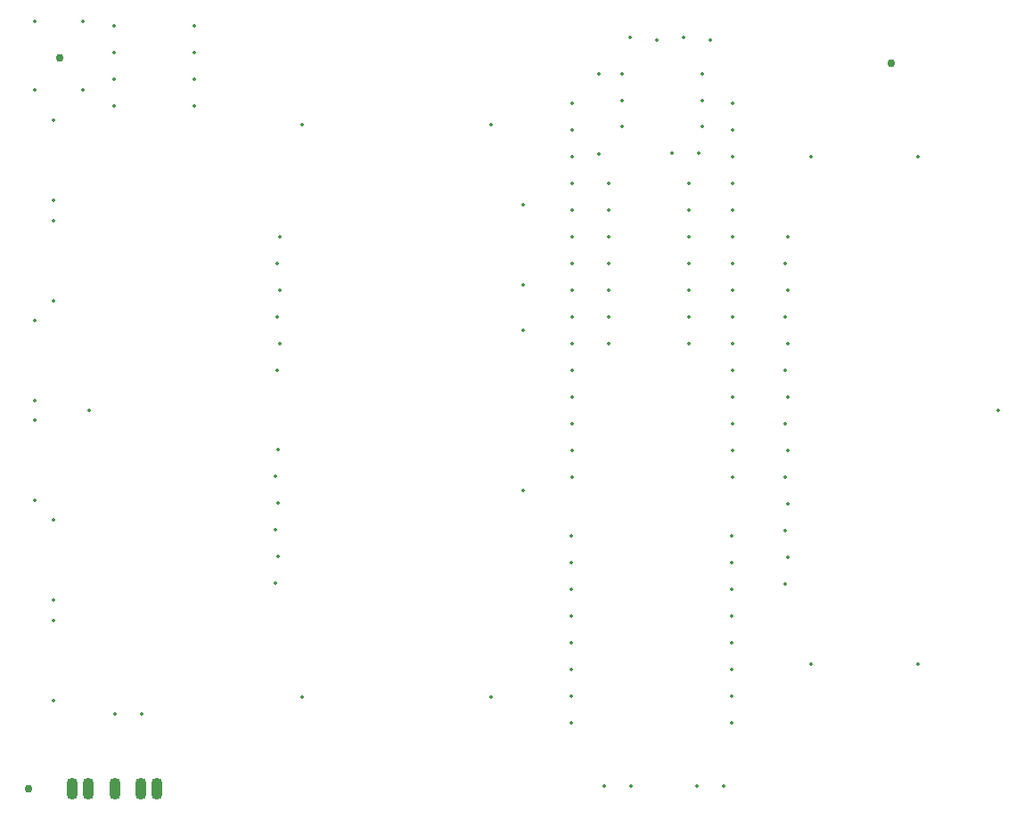
<source format=gbr>
G04 #@! TF.GenerationSoftware,KiCad,Pcbnew,9.0.1*
G04 #@! TF.CreationDate,2025-07-21T13:37:36+02:00*
G04 #@! TF.ProjectId,mainboard,6d61696e-626f-4617-9264-2e6b69636164,rev?*
G04 #@! TF.SameCoordinates,Original*
G04 #@! TF.FileFunction,Other,ECO1*
%FSLAX46Y46*%
G04 Gerber Fmt 4.6, Leading zero omitted, Abs format (unit mm)*
G04 Created by KiCad (PCBNEW 9.0.1) date 2025-07-21 13:37:36*
%MOMM*%
%LPD*%
G01*
G04 APERTURE LIST*
%ADD10C,0.750000*%
%ADD11C,0.350000*%
%ADD12O,1.100000X2.100000*%
G04 APERTURE END LIST*
D10*
G04 #@! TO.C,FID3*
X152000000Y-72000000D03*
G04 #@! TD*
G04 #@! TO.C,FID2*
X73000000Y-71500000D03*
G04 #@! TD*
G04 #@! TO.C,FID1*
X70000000Y-141000000D03*
G04 #@! TD*
D11*
X124200000Y-73000000D03*
X124200000Y-80620000D03*
X78150000Y-68450000D03*
X78150000Y-70990000D03*
X78150000Y-73530000D03*
X78150000Y-76070000D03*
X85770000Y-76070000D03*
X85770000Y-73530000D03*
X85770000Y-70990000D03*
X85770000Y-68450000D03*
X125175000Y-83400000D03*
X125175000Y-85940000D03*
X125175000Y-88480000D03*
X125175000Y-91020000D03*
X125175000Y-93560000D03*
X125175000Y-96100000D03*
X125175000Y-98640000D03*
X132795000Y-98640000D03*
X132795000Y-96100000D03*
X132795000Y-93560000D03*
X132795000Y-91020000D03*
X132795000Y-88480000D03*
X132795000Y-85940000D03*
X132795000Y-83400000D03*
X70628800Y-74502400D03*
X70628800Y-68000000D03*
X75150000Y-74502400D03*
X75150000Y-68000000D03*
X70600000Y-113550000D03*
X70600000Y-105930000D03*
X154530000Y-80870000D03*
X72400000Y-94550000D03*
X72400000Y-86930000D03*
X75800000Y-105000000D03*
X72400000Y-85000000D03*
X72400000Y-77380000D03*
X154530000Y-129130000D03*
X134000000Y-78000000D03*
X126380000Y-78000000D03*
X121630000Y-75780000D03*
X121630000Y-78320000D03*
X121630000Y-80860000D03*
X121630000Y-83400000D03*
X121630000Y-85940000D03*
X121630000Y-88480000D03*
X121630000Y-91020000D03*
X121630000Y-93560000D03*
X121630000Y-96100000D03*
X121630000Y-98640000D03*
X121630000Y-101180000D03*
X121630000Y-103720000D03*
X121630000Y-106260000D03*
X121630000Y-108800000D03*
X121630000Y-111340000D03*
X136870000Y-111340000D03*
X136870000Y-108800000D03*
X136870000Y-106260000D03*
X136870000Y-103720000D03*
X136870000Y-101180000D03*
X136870000Y-98640000D03*
X136870000Y-96100000D03*
X136870000Y-93560000D03*
X136870000Y-91020000D03*
X136870000Y-88480000D03*
X136870000Y-85940000D03*
X136870000Y-83400000D03*
X136870000Y-80860000D03*
X136870000Y-78320000D03*
X136870000Y-75780000D03*
X134810000Y-69750000D03*
X132270000Y-69496000D03*
X129730000Y-69750000D03*
X127190000Y-69496000D03*
X131150000Y-80500000D03*
X133650000Y-80500000D03*
X162100000Y-105000000D03*
X96000000Y-132275000D03*
X114000000Y-132275000D03*
X114000000Y-77800000D03*
X96000000Y-77800000D03*
X144370000Y-129130000D03*
X117000000Y-93010000D03*
X117000000Y-85390000D03*
X127227651Y-140725000D03*
X124727651Y-140725000D03*
X93877000Y-88500000D03*
X93623000Y-91040000D03*
X93877000Y-93580000D03*
X93623000Y-96120000D03*
X93877000Y-98660000D03*
X93623000Y-101200000D03*
X136027651Y-140725000D03*
X133527651Y-140725000D03*
X144370000Y-80870000D03*
X117000000Y-112620000D03*
X117000000Y-97380000D03*
X141877000Y-121500000D03*
X142131000Y-118960000D03*
X141877000Y-116420000D03*
X142131000Y-113880000D03*
X141877000Y-111340000D03*
X142131000Y-108800000D03*
X141877000Y-106260000D03*
X142131000Y-103720000D03*
X141877000Y-101180000D03*
X142131000Y-98640000D03*
X141877000Y-96100000D03*
X142131000Y-93560000D03*
X141877000Y-91020000D03*
X142131000Y-88480000D03*
X70600000Y-104050000D03*
X70600000Y-96430000D03*
X126400000Y-73000000D03*
X134020000Y-73000000D03*
X72400000Y-132550000D03*
X72400000Y-124930000D03*
X93750000Y-108750000D03*
X93496000Y-111290000D03*
X93750000Y-113830000D03*
X93496000Y-116370000D03*
X93750000Y-118910000D03*
X93496000Y-121450000D03*
X121580000Y-116910000D03*
X121580000Y-119450000D03*
X121580000Y-121990000D03*
X121580000Y-124530000D03*
X121580000Y-127070000D03*
X121580000Y-129610000D03*
X121580000Y-132150000D03*
X121580000Y-134690000D03*
X136820000Y-134690000D03*
X136820000Y-132150000D03*
X136820000Y-129610000D03*
X136820000Y-127070000D03*
X136820000Y-124530000D03*
X136820000Y-121990000D03*
X136820000Y-119450000D03*
X136820000Y-116910000D03*
X72400000Y-115400000D03*
X72400000Y-123020000D03*
X126400000Y-75500000D03*
X134020000Y-75500000D03*
D12*
X75700000Y-140944724D03*
X74200000Y-140944724D03*
X78200000Y-140944724D03*
X82200000Y-140944724D03*
X80700000Y-140944724D03*
D11*
X80800000Y-133850000D03*
X78260000Y-133850000D03*
M02*

</source>
